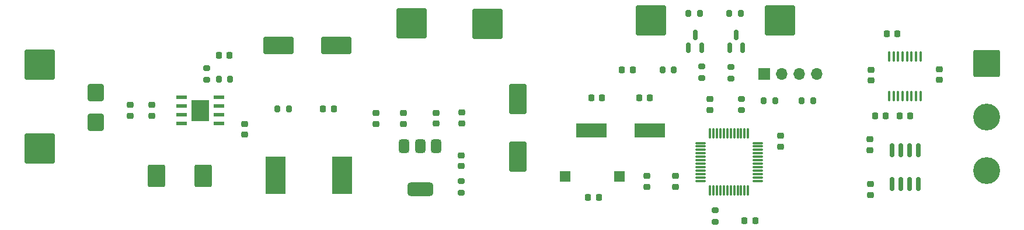
<source format=gbr>
%TF.GenerationSoftware,KiCad,Pcbnew,8.0.2*%
%TF.CreationDate,2024-08-08T08:25:18+03:00*%
%TF.ProjectId,______________ SMD,21323542-3e43-43a3-9037-3042353b4c20,rev?*%
%TF.SameCoordinates,Original*%
%TF.FileFunction,Soldermask,Top*%
%TF.FilePolarity,Negative*%
%FSLAX45Y45*%
G04 Gerber Fmt 4.5, Leading zero omitted, Abs format (unit mm)*
G04 Created by KiCad (PCBNEW 8.0.2) date 2024-08-08 08:25:18*
%MOMM*%
%LPD*%
G01*
G04 APERTURE LIST*
G04 Aperture macros list*
%AMRoundRect*
0 Rectangle with rounded corners*
0 $1 Rounding radius*
0 $2 $3 $4 $5 $6 $7 $8 $9 X,Y pos of 4 corners*
0 Add a 4 corners polygon primitive as box body*
4,1,4,$2,$3,$4,$5,$6,$7,$8,$9,$2,$3,0*
0 Add four circle primitives for the rounded corners*
1,1,$1+$1,$2,$3*
1,1,$1+$1,$4,$5*
1,1,$1+$1,$6,$7*
1,1,$1+$1,$8,$9*
0 Add four rect primitives between the rounded corners*
20,1,$1+$1,$2,$3,$4,$5,0*
20,1,$1+$1,$4,$5,$6,$7,0*
20,1,$1+$1,$6,$7,$8,$9,0*
20,1,$1+$1,$8,$9,$2,$3,0*%
G04 Aperture macros list end*
%ADD10RoundRect,0.075000X-0.662500X-0.075000X0.662500X-0.075000X0.662500X0.075000X-0.662500X0.075000X0*%
%ADD11RoundRect,0.075000X-0.075000X-0.662500X0.075000X-0.662500X0.075000X0.662500X-0.075000X0.662500X0*%
%ADD12RoundRect,0.200000X0.275000X-0.200000X0.275000X0.200000X-0.275000X0.200000X-0.275000X-0.200000X0*%
%ADD13RoundRect,0.218750X-0.256250X0.218750X-0.256250X-0.218750X0.256250X-0.218750X0.256250X0.218750X0*%
%ADD14RoundRect,0.200000X0.200000X0.275000X-0.200000X0.275000X-0.200000X-0.275000X0.200000X-0.275000X0*%
%ADD15RoundRect,0.225000X0.250000X-0.225000X0.250000X0.225000X-0.250000X0.225000X-0.250000X-0.225000X0*%
%ADD16RoundRect,0.218750X0.218750X0.256250X-0.218750X0.256250X-0.218750X-0.256250X0.218750X-0.256250X0*%
%ADD17RoundRect,0.150000X0.150000X-0.587500X0.150000X0.587500X-0.150000X0.587500X-0.150000X-0.587500X0*%
%ADD18RoundRect,0.200000X-0.200000X-0.275000X0.200000X-0.275000X0.200000X0.275000X-0.200000X0.275000X0*%
%ADD19RoundRect,0.200000X-0.275000X0.200000X-0.275000X-0.200000X0.275000X-0.200000X0.275000X0.200000X0*%
%ADD20RoundRect,0.225000X-0.250000X0.225000X-0.250000X-0.225000X0.250000X-0.225000X0.250000X0.225000X0*%
%ADD21RoundRect,0.100000X0.100000X-0.637500X0.100000X0.637500X-0.100000X0.637500X-0.100000X-0.637500X0*%
%ADD22RoundRect,0.225000X-0.225000X-0.250000X0.225000X-0.250000X0.225000X0.250000X-0.225000X0.250000X0*%
%ADD23R,1.550000X0.600000*%
%ADD24R,2.600000X3.100000*%
%ADD25RoundRect,0.250000X-1.950000X-1.000000X1.950000X-1.000000X1.950000X1.000000X-1.950000X1.000000X0*%
%ADD26RoundRect,0.250000X-0.900000X1.000000X-0.900000X-1.000000X0.900000X-1.000000X0.900000X1.000000X0*%
%ADD27RoundRect,0.375000X-0.375000X0.625000X-0.375000X-0.625000X0.375000X-0.625000X0.375000X0.625000X0*%
%ADD28RoundRect,0.500000X-1.400000X0.500000X-1.400000X-0.500000X1.400000X-0.500000X1.400000X0.500000X0*%
%ADD29R,1.700000X1.700000*%
%ADD30O,1.700000X1.700000*%
%ADD31R,1.500000X1.500000*%
%ADD32RoundRect,0.249999X-1.950001X-1.950001X1.950001X-1.950001X1.950001X1.950001X-1.950001X1.950001X0*%
%ADD33RoundRect,0.225000X0.225000X0.250000X-0.225000X0.250000X-0.225000X-0.250000X0.225000X-0.250000X0*%
%ADD34RoundRect,0.250000X1.000000X-1.400000X1.000000X1.400000X-1.000000X1.400000X-1.000000X-1.400000X0*%
%ADD35RoundRect,0.250002X-1.699998X1.699998X-1.699998X-1.699998X1.699998X-1.699998X1.699998X1.699998X0*%
%ADD36C,3.900000*%
%ADD37RoundRect,0.250000X1.000000X-1.950000X1.000000X1.950000X-1.000000X1.950000X-1.000000X-1.950000X0*%
%ADD38RoundRect,0.218750X-0.218750X-0.256250X0.218750X-0.256250X0.218750X0.256250X-0.218750X0.256250X0*%
%ADD39RoundRect,0.249999X1.950001X1.950001X-1.950001X1.950001X-1.950001X-1.950001X1.950001X-1.950001X0*%
%ADD40R,2.900000X5.400000*%
%ADD41RoundRect,0.150000X0.150000X-0.825000X0.150000X0.825000X-0.150000X0.825000X-0.150000X-0.825000X0*%
%ADD42R,4.500000X2.000000*%
G04 APERTURE END LIST*
D10*
%TO.C,U3*%
X14368750Y-9582400D03*
X14368750Y-9632400D03*
X14368750Y-9682400D03*
X14368750Y-9732400D03*
X14368750Y-9782400D03*
X14368750Y-9832400D03*
X14368750Y-9882400D03*
X14368750Y-9932400D03*
X14368750Y-9982400D03*
X14368750Y-10032400D03*
X14368750Y-10082400D03*
X14368750Y-10132400D03*
D11*
X14510000Y-10273650D03*
X14560000Y-10273650D03*
X14610000Y-10273650D03*
X14660000Y-10273650D03*
X14710000Y-10273650D03*
X14760000Y-10273650D03*
X14810000Y-10273650D03*
X14860000Y-10273650D03*
X14910000Y-10273650D03*
X14960000Y-10273650D03*
X15010000Y-10273650D03*
X15060000Y-10273650D03*
D10*
X15201250Y-10132400D03*
X15201250Y-10082400D03*
X15201250Y-10032400D03*
X15201250Y-9982400D03*
X15201250Y-9932400D03*
X15201250Y-9882400D03*
X15201250Y-9832400D03*
X15201250Y-9782400D03*
X15201250Y-9732400D03*
X15201250Y-9682400D03*
X15201250Y-9632400D03*
X15201250Y-9582400D03*
D11*
X15060000Y-9441150D03*
X15010000Y-9441150D03*
X14960000Y-9441150D03*
X14910000Y-9441150D03*
X14860000Y-9441150D03*
X14810000Y-9441150D03*
X14760000Y-9441150D03*
X14710000Y-9441150D03*
X14660000Y-9441150D03*
X14610000Y-9441150D03*
X14560000Y-9441150D03*
X14510000Y-9441150D03*
%TD*%
D12*
%TO.C,R1*%
X7205980Y-8660080D03*
X7205980Y-8495080D03*
%TD*%
D13*
%TO.C,D4*%
X10901680Y-9761220D03*
X10901680Y-9918720D03*
%TD*%
D14*
%TO.C,R9*%
X14953860Y-7695860D03*
X14788860Y-7695860D03*
%TD*%
D15*
%TO.C,C13*%
X13591200Y-10218080D03*
X13591200Y-10063080D03*
%TD*%
D14*
%TO.C,R2*%
X7548780Y-8656320D03*
X7383780Y-8656320D03*
%TD*%
D16*
%TO.C,D3*%
X9052570Y-9085580D03*
X8895070Y-9085580D03*
%TD*%
D17*
%TO.C,Q2*%
X14196220Y-8198780D03*
X14386220Y-8198780D03*
X14291220Y-8011280D03*
%TD*%
D18*
%TO.C,R13*%
X13818580Y-8518820D03*
X13983580Y-8518820D03*
%TD*%
D19*
%TO.C,R12*%
X14962800Y-8941780D03*
X14962800Y-9106780D03*
%TD*%
D15*
%TO.C,C19*%
X16841010Y-8671780D03*
X16841010Y-8516780D03*
%TD*%
D20*
%TO.C,C8*%
X10905430Y-9140160D03*
X10905430Y-9295160D03*
%TD*%
D21*
%TO.C,U4*%
X17104970Y-8897610D03*
X17169970Y-8897610D03*
X17234970Y-8897610D03*
X17299970Y-8897610D03*
X17364970Y-8897610D03*
X17429970Y-8897610D03*
X17494970Y-8897610D03*
X17559970Y-8897610D03*
X17559970Y-8325110D03*
X17494970Y-8325110D03*
X17429970Y-8325110D03*
X17364970Y-8325110D03*
X17299970Y-8325110D03*
X17234970Y-8325110D03*
X17169970Y-8325110D03*
X17104970Y-8325110D03*
%TD*%
D15*
%TO.C,C14*%
X14510680Y-9099240D03*
X14510680Y-8944240D03*
%TD*%
%TO.C,C6*%
X6410960Y-9185940D03*
X6410960Y-9030940D03*
%TD*%
D22*
%TO.C,C24*%
X17256270Y-9191450D03*
X17411270Y-9191450D03*
%TD*%
D12*
%TO.C,R7*%
X14584680Y-10727640D03*
X14584680Y-10562640D03*
%TD*%
D23*
%TO.C,U1*%
X7383580Y-9298600D03*
X7383580Y-9171600D03*
X7383580Y-9044600D03*
X7383580Y-8917600D03*
X6843580Y-8917600D03*
X6843580Y-9044600D03*
X6843580Y-9171600D03*
X6843580Y-9298600D03*
D24*
X7113580Y-9108100D03*
%TD*%
D15*
%TO.C,C11*%
X10064690Y-9302780D03*
X10064690Y-9147780D03*
%TD*%
D20*
%TO.C,C17*%
X16829570Y-9530510D03*
X16829570Y-9685510D03*
%TD*%
%TO.C,C22*%
X16837190Y-10180750D03*
X16837190Y-10335750D03*
%TD*%
D25*
%TO.C,C2*%
X8246480Y-8161020D03*
X9086480Y-8161020D03*
%TD*%
D26*
%TO.C,D1*%
X5600700Y-8847720D03*
X5600700Y-9277720D03*
%TD*%
D12*
%TO.C,R10*%
X14812940Y-8644500D03*
X14812940Y-8479500D03*
%TD*%
D20*
%TO.C,C16*%
X15534300Y-9477640D03*
X15534300Y-9632640D03*
%TD*%
D27*
%TO.C,U2*%
X10534780Y-9624020D03*
X10304780Y-9624020D03*
D28*
X10304780Y-10254020D03*
D27*
X10074780Y-9624020D03*
%TD*%
D29*
%TO.C,J6*%
X15291460Y-8574700D03*
D30*
X15545460Y-8574700D03*
X15799460Y-8574700D03*
X16053460Y-8574700D03*
%TD*%
D31*
%TO.C,SW1*%
X12411260Y-10065680D03*
X13191260Y-10065680D03*
%TD*%
D32*
%TO.C,J2*%
X11282680Y-7846060D03*
%TD*%
D33*
%TO.C,C15*%
X15164760Y-10708300D03*
X15009760Y-10708300D03*
%TD*%
D20*
%TO.C,C9*%
X10537130Y-9145240D03*
X10537130Y-9300240D03*
%TD*%
D14*
%TO.C,R3*%
X8401000Y-9085580D03*
X8236000Y-9085580D03*
%TD*%
D22*
%TO.C,C23*%
X17069610Y-7991000D03*
X17224610Y-7991000D03*
%TD*%
D15*
%TO.C,C18*%
X17836690Y-8661890D03*
X17836690Y-8506890D03*
%TD*%
D33*
%TO.C,C20*%
X12944800Y-8925220D03*
X12789800Y-8925220D03*
%TD*%
D32*
%TO.C,J3*%
X10180320Y-7843520D03*
%TD*%
D15*
%TO.C,C5*%
X6103620Y-9185940D03*
X6103620Y-9030940D03*
%TD*%
D34*
%TO.C,D2*%
X6479900Y-10058400D03*
X7159900Y-10058400D03*
%TD*%
D12*
%TO.C,R6*%
X14388760Y-8635660D03*
X14388760Y-8470660D03*
%TD*%
D19*
%TO.C,R11*%
X10904220Y-10138460D03*
X10904220Y-10303460D03*
%TD*%
D20*
%TO.C,C7*%
X7759700Y-9302720D03*
X7759700Y-9457720D03*
%TD*%
D17*
%TO.C,Q1*%
X14795160Y-8200860D03*
X14985160Y-8200860D03*
X14890160Y-8013360D03*
%TD*%
D15*
%TO.C,C10*%
X9660830Y-9302780D03*
X9660830Y-9147780D03*
%TD*%
D14*
%TO.C,R4*%
X16002880Y-8965860D03*
X15837880Y-8965860D03*
%TD*%
D35*
%TO.C,J4*%
X18516600Y-8422420D03*
D36*
X18516600Y-9202420D03*
X18516600Y-9982420D03*
%TD*%
D37*
%TO.C,C4*%
X11724640Y-9778310D03*
X11724640Y-8938310D03*
%TD*%
D38*
%TO.C,D5*%
X13230500Y-8518820D03*
X13388000Y-8518820D03*
%TD*%
D15*
%TO.C,C12*%
X14007760Y-10218080D03*
X14007760Y-10063080D03*
%TD*%
D18*
%TO.C,R8*%
X14195820Y-7700940D03*
X14360820Y-7700940D03*
%TD*%
D39*
%TO.C,J1*%
X4785360Y-8440420D03*
%TD*%
D22*
%TO.C,C3*%
X12741540Y-10370480D03*
X12896540Y-10370480D03*
%TD*%
%TO.C,C25*%
X16899370Y-9188910D03*
X17054370Y-9188910D03*
%TD*%
D14*
%TO.C,R5*%
X15454240Y-8965860D03*
X15289240Y-8965860D03*
%TD*%
D40*
%TO.C,L1*%
X8206880Y-10048240D03*
X9176880Y-10048240D03*
%TD*%
D39*
%TO.C,J5*%
X4785360Y-9659620D03*
%TD*%
D32*
%TO.C,J7*%
X13654700Y-7802540D03*
%TD*%
D33*
%TO.C,C1*%
X7540020Y-8310880D03*
X7385020Y-8310880D03*
%TD*%
D32*
%TO.C,J8*%
X15521600Y-7800000D03*
%TD*%
D41*
%TO.C,U5*%
X17151030Y-10180630D03*
X17278030Y-10180630D03*
X17405030Y-10180630D03*
X17532030Y-10180630D03*
X17532030Y-9685630D03*
X17405030Y-9685630D03*
X17278030Y-9685630D03*
X17151030Y-9685630D03*
%TD*%
D22*
%TO.C,C21*%
X13480680Y-8922680D03*
X13635680Y-8922680D03*
%TD*%
D42*
%TO.C,Y1*%
X13637740Y-9397660D03*
X12787740Y-9397660D03*
%TD*%
M02*

</source>
